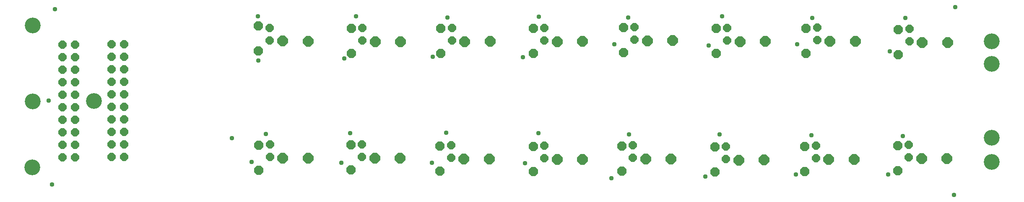
<source format=gbr>
G04 EAGLE Gerber RS-274X export*
G75*
%MOMM*%
%FSLAX34Y34*%
%LPD*%
%INSoldermask Bottom*%
%IPPOS*%
%AMOC8*
5,1,8,0,0,1.08239X$1,22.5*%
G01*
%ADD10C,3.203200*%
%ADD11P,1.759533X8X112.500000*%
%ADD12P,2.034460X8X292.500000*%
%ADD13P,2.309387X8X22.500000*%
%ADD14C,0.959600*%


D10*
X-245000Y312000D03*
X-122000Y159000D03*
X-245000Y158000D03*
X-246000Y24000D03*
X1691000Y280000D03*
X1691000Y234000D03*
X1691000Y84000D03*
X1691000Y35000D03*
D11*
X-86157Y45745D03*
X-60757Y45745D03*
X-86157Y71145D03*
X-60757Y71145D03*
X-86157Y96545D03*
X-60757Y96545D03*
X-86157Y121945D03*
X-60757Y121945D03*
X-86157Y147345D03*
X-60757Y147345D03*
X-86157Y172745D03*
X-60757Y172745D03*
X-86157Y198145D03*
X-60757Y198145D03*
X-86157Y223545D03*
X-60757Y223545D03*
X-86157Y248945D03*
X-60757Y248945D03*
X-86157Y274345D03*
X-60757Y274345D03*
X-184785Y44247D03*
X-159385Y44247D03*
X-184785Y69647D03*
X-159385Y69647D03*
X-184785Y95047D03*
X-159385Y95047D03*
X-184785Y120447D03*
X-159385Y120447D03*
X-184785Y145847D03*
X-159385Y145847D03*
X-184785Y171247D03*
X-159385Y171247D03*
X-184785Y196647D03*
X-159385Y196647D03*
X-184785Y222047D03*
X-159385Y222047D03*
X-184785Y247447D03*
X-159385Y247447D03*
X-184785Y272847D03*
X-159385Y272847D03*
X233375Y281686D03*
X233375Y307086D03*
D12*
X210515Y311125D03*
X210515Y260325D03*
D11*
X233680Y45212D03*
X233680Y70612D03*
D12*
X211328Y69342D03*
X211328Y18542D03*
D13*
X259588Y42672D03*
X310642Y42926D03*
D11*
X420370Y281686D03*
X420370Y307086D03*
D12*
X398018Y305816D03*
X398018Y255016D03*
D13*
X446278Y279146D03*
X497332Y279400D03*
D11*
X419608Y45466D03*
X419608Y70866D03*
D12*
X397256Y69596D03*
X397256Y18796D03*
D13*
X445516Y42926D03*
X496570Y43180D03*
D11*
X601218Y281940D03*
X601218Y307340D03*
D12*
X578866Y306070D03*
X578866Y255270D03*
D13*
X627126Y279400D03*
X678180Y279654D03*
D11*
X599440Y43434D03*
X599440Y68834D03*
D12*
X577088Y67564D03*
X577088Y16764D03*
D13*
X625348Y40894D03*
X676402Y41148D03*
D11*
X787654Y281940D03*
X787654Y307340D03*
D12*
X765302Y306070D03*
X765302Y255270D03*
D13*
X813562Y279400D03*
X864616Y279654D03*
D11*
X787908Y42672D03*
X787908Y68072D03*
D12*
X765556Y66802D03*
X765556Y16002D03*
D13*
X813816Y40132D03*
X864870Y40386D03*
D11*
X969772Y283464D03*
X969772Y308864D03*
D12*
X947420Y307594D03*
X947420Y256794D03*
D13*
X995680Y280924D03*
X1046734Y281178D03*
D11*
X966470Y43434D03*
X966470Y68834D03*
D12*
X944118Y67564D03*
X944118Y16764D03*
D13*
X992378Y40894D03*
X1043432Y41148D03*
D11*
X1156970Y281940D03*
X1156970Y307340D03*
D12*
X1134618Y306070D03*
X1134618Y255270D03*
D13*
X1182878Y279400D03*
X1233932Y279654D03*
D11*
X1154430Y41402D03*
X1154430Y66802D03*
D12*
X1132078Y65532D03*
X1132078Y14732D03*
D13*
X1180338Y38862D03*
X1231392Y39116D03*
D11*
X1338580Y282194D03*
X1338580Y307594D03*
D12*
X1316228Y306324D03*
X1316228Y255524D03*
D13*
X1364488Y279654D03*
X1415542Y279908D03*
D11*
X1336040Y42418D03*
X1336040Y67818D03*
D12*
X1313688Y66548D03*
X1313688Y15748D03*
D13*
X1361948Y39878D03*
X1413002Y40132D03*
D11*
X1525016Y279654D03*
X1525016Y305054D03*
D12*
X1502664Y303784D03*
X1502664Y252984D03*
D13*
X1550924Y277114D03*
X1601978Y277368D03*
D11*
X1523746Y44196D03*
X1523746Y69596D03*
D12*
X1501394Y68326D03*
X1501394Y17526D03*
D13*
X1549654Y41656D03*
X1600708Y41910D03*
X259334Y280416D03*
X311150Y279908D03*
D14*
X210109Y241325D03*
X-213106Y159258D03*
X1617726Y349504D03*
X1516380Y327406D03*
X1328928Y326898D03*
X1146556Y330454D03*
X957072Y328422D03*
X776732Y330200D03*
X591820Y327914D03*
X407670Y330454D03*
X209550Y330962D03*
X156972Y83566D03*
X395986Y93218D03*
X589788Y94234D03*
X775462Y93980D03*
X959104Y91440D03*
X1141476Y90932D03*
X1326896Y89408D03*
X1511554Y87630D03*
X1615186Y-31496D03*
X-200406Y344932D03*
X-206248Y-10160D03*
X225298Y91948D03*
X383540Y245059D03*
X562102Y248234D03*
X744220Y247548D03*
X929132Y273558D03*
X1119378Y271272D03*
X1298448Y273637D03*
X1485189Y259436D03*
X196901Y34900D03*
X377749Y33376D03*
X561137Y33122D03*
X749097Y32360D03*
X923341Y2388D03*
X1113079Y5690D03*
X1482192Y9804D03*
X1295502Y10058D03*
M02*

</source>
